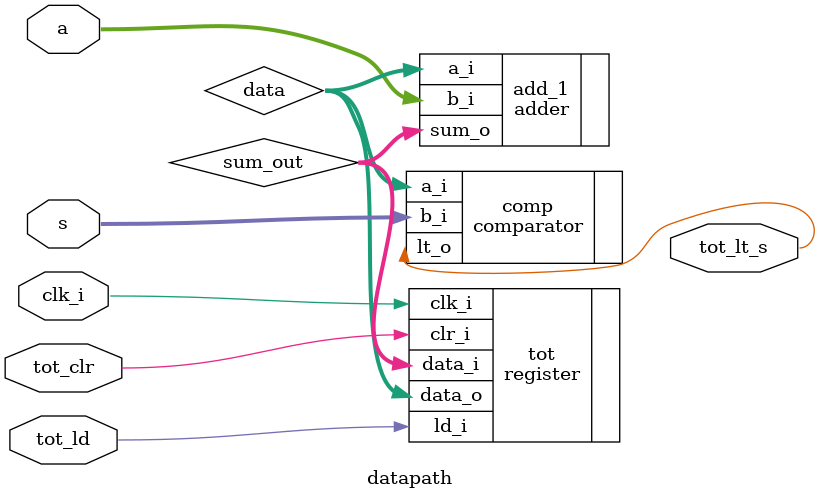
<source format=sv>
module datapath (
    input  logic [7:0] s, a,
    input  logic tot_ld, tot_clr, clk_i,
    output logic tot_lt_s
);
    logic [7:0] data, sum_out;

    comparator comp (
        .a_i    (data    ),
        .b_i    (s       ),
        .lt_o   (tot_lt_s)
    );

    adder add_1 (
        .a_i    (data    ),
        .b_i    (a       ),
        .sum_o  (sum_out )
    );

    register tot (
        .clk_i  (clk_i   ),
        .clr_i  (tot_clr ),
        .ld_i   (tot_ld  ),
        .data_i (sum_out ),
        .data_o (data    )
    );

endmodule

</source>
